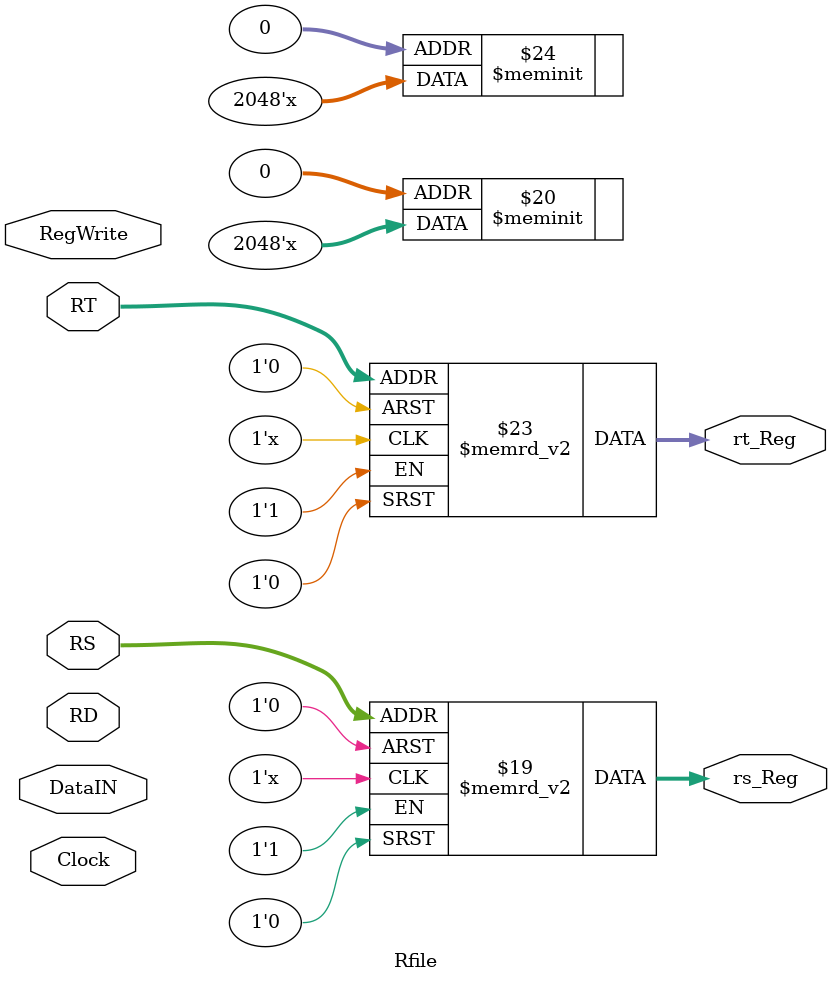
<source format=v>
`timescale 1ns / 1ps


module Rfile(
    input RegWrite,
    input [5:0] RS,
    input [5:0] RT,
    input [5:0] RD,
    input Clock,
    input [31:0] DataIN,
    output reg [31:0] rs_Reg,
    output reg [31:0] rt_Reg
    );
    
    //block
    reg [31:0] rfile [63:0];
    initial begin rs_Reg = 0; rt_Reg = 0;
    rfile[3] = 0;
    rfile[4] = 0;
    
    //TEST
    //*
    rfile[11] = 11;
    rfile[12] = 12;
    rfile[14] = 14;
    rfile[15] = 15;
    rfile[17] = 17;
    rfile[20] = 20;
    rfile[23] = 23;
    rfile[24] = 24;
    rfile[18] = 21;
    rfile[28] = 28;
    rfile[30] = 28;
    rfile[34] = 34;
    rfile[33] = 33;
    rfile[35] = 39;
    rfile[36] = 39;
    rfile[9] = 9;
    rfile[10] = 10;
    rfile[38] = 46;
    rfile[44] = 44;
    rfile[43] = 43;
    rfile[46] = 0;
    // */  
    
    
    //Array 1 = 1879048192
    //rfile[1] = 32'h00000100;
    //rfile[2] = 8;
    //Array 2 = 3722304989
    //rfile[1] = 32'h00000080;
    //rfile[2] = 10;
    //Array 3 = 1431655765
    rfile[1] = 32'h00000040;
    rfile[2] = 6;
    //Array 4 = 4294967295
    //rfile[1] = 32'h00000020;
    //rfile[2] = 12;
    
    end
    
    always @(*) begin
    rs_Reg = rfile[RS];
    rt_Reg = rfile[RT];
    
    if(RegWrite == 1)
        rfile[RD] = DataIN;

    end
endmodule

</source>
